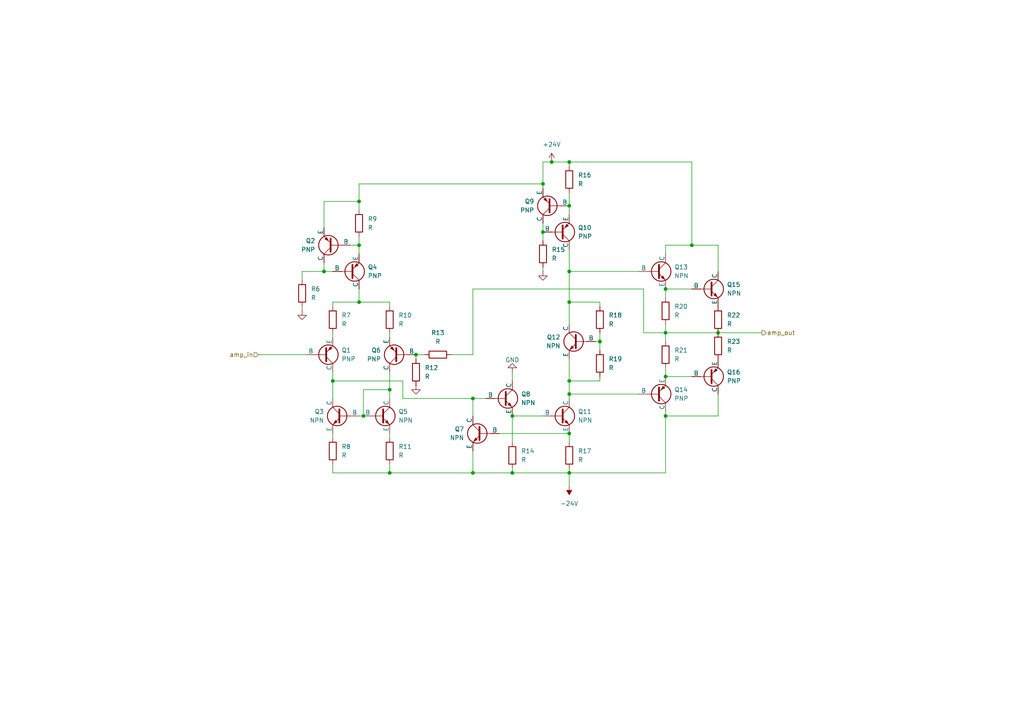
<source format=kicad_sch>
(kicad_sch (version 20231120) (generator "eeschema") (generator_version "8.0")
  (paper "A4")
  (lib_symbols
    (symbol "Device:R" (pin_numbers hide) (pin_names (offset 0))
      (property "Reference" "R" (at 2.032 0 90))
      (property "Value" "R" (at 0 0 90))
      (symbol "R_0_1"
        (rectangle (start -1.016 -2.54) (end 1.016 2.54) (stroke (width 0.254)))
      )
      (symbol "R_1_1"
        (pin passive line (at 0 3.81 270) (length 1.27) (name "~") (number "1"))
        (pin passive line (at 0 -3.81 90) (length 1.27) (name "~") (number "2"))
      )
    )
    (symbol "Simulation_SPICE:NPN" (pin_numbers hide) (pin_names (offset 0))
      (property "Reference" "Q" (at -2.54 7.62 0))
      (property "Value" "NPN" (at -2.54 5.08 0))
      (symbol "NPN_0_1"
        (polyline (pts (xy -2.54 0) (xy 0.635 0)) (stroke (width 0.1524)))
        (polyline (pts (xy 0.635 0.635) (xy 2.54 2.54)))
        (polyline (pts (xy 2.794 -1.27) (xy 2.794 -1.27)) (stroke (width 0.1524)))
        (polyline (pts (xy 2.794 -1.27) (xy 2.794 -1.27)) (stroke (width 0.1524)))
        (polyline (pts (xy 0.635 -0.635) (xy 2.54 -2.54) (xy 2.54 -2.54)))
        (polyline (pts (xy 0.635 1.905) (xy 0.635 -1.905) (xy 0.635 -1.905)) (stroke (width 0.508)))
        (polyline (pts (xy 1.27 -1.778) (xy 1.778 -1.27) (xy 2.286 -2.286) (xy 1.27 -1.778) (xy 1.27 -1.778)) (fill (type outline)))
        (circle (center 1.27 0) (radius 2.8194) (stroke (width 0.254)))
      )
      (symbol "NPN_1_1"
        (pin open_collector line (at 2.54 5.08 270) (length 2.54) (name "C") (number "1"))
        (pin input line (at -5.08 0 0) (length 2.54) (name "B") (number "2"))
        (pin open_emitter line (at 2.54 -5.08 90) (length 2.54) (name "E") (number "3"))
      )
    )
    (symbol "Simulation_SPICE:PNP" (pin_numbers hide) (pin_names (offset 0))
      (property "Reference" "Q" (at -2.54 7.62 0))
      (property "Value" "PNP" (at -2.54 5.08 0))
      (symbol "PNP_0_1"
        (polyline (pts (xy -2.54 0) (xy 0.635 0)) (stroke (width 0.1524)))
        (polyline (pts (xy 0.635 0.635) (xy 2.54 2.54)))
        (polyline (pts (xy 0.635 -0.635) (xy 2.54 -2.54) (xy 2.54 -2.54)))
        (polyline (pts (xy 0.635 1.905) (xy 0.635 -1.905) (xy 0.635 -1.905)) (stroke (width 0.508)))
        (polyline (pts (xy 2.286 -1.778) (xy 1.778 -2.286) (xy 1.27 -1.27) (xy 2.286 -1.778) (xy 2.286 -1.778)) (fill (type outline)))
        (circle (center 1.27 0) (radius 2.8194) (stroke (width 0.254)))
      )
      (symbol "PNP_1_1"
        (pin open_collector line (at 2.54 5.08 270) (length 2.54) (name "C") (number "1"))
        (pin input line (at -5.08 0 0) (length 2.54) (name "B") (number "2"))
        (pin open_emitter line (at 2.54 -5.08 90) (length 2.54) (name "E") (number "3"))
      )
    )
    (symbol "power:+24V" (power) (pin_numbers hide) (pin_names (offset 0) hide)
      (property "Value" "+24V" (at 0 3.556 0))
      (symbol "+24V_0_1"
        (polyline (pts (xy -0.762 1.27) (xy 0 2.54)))
        (polyline (pts (xy 0 0) (xy 0 2.54)))
        (polyline (pts (xy 0 2.54) (xy 0.762 1.27)))
      )
      (symbol "+24V_1_1"
        (pin power_in line (at 0 0 90) (length 0) (name "~") (number "1"))
      )
    )
    (symbol "power:-24V" (power) (pin_numbers hide) (pin_names (offset 0) hide)
      (property "Value" "-24V" (at 0 3.556 0))
      (symbol "-24V_0_0"
        (pin power_in line (at 0 0 90) (length 0) (name "~") (number "1"))
      )
      (symbol "-24V_0_1"
        (polyline (pts (xy 0 0) (xy 0 1.27) (xy 0.762 1.27) (xy 0 2.54) (xy -0.762 1.27) (xy 0 1.27)) (fill (type outline)))
      )
    )
    (symbol "power:GND" (power) (pin_numbers hide) (pin_names (offset 0) hide)
      (property "Value" "GND" (at 0 -3.81 0))
      (symbol "GND_0_1"
        (polyline (pts (xy 0 0) (xy 0 -1.27) (xy 1.27 -1.27) (xy 0 -2.54) (xy -1.27 -1.27) (xy 0 -1.27)))
      )
      (symbol "GND_1_1"
        (pin power_in line (at 0 0 270) (length 0) (name "~") (number "1"))
      )
    )
  )
  (junction (at 104.14 58.42))
  (junction (at 165.1 78.74))
  (junction (at 208.28 96.52))
  (junction (at 137.16 137.16))
  (junction (at 148.59 137.16))
  (junction (at 165.1 110.49))
  (junction (at 165.1 125.73))
  (junction (at 193.04 120.65))
  (junction (at 193.04 83.82))
  (junction (at 105.41 120.65))
  (junction (at 157.48 53.34))
  (junction (at 160.02 46.99))
  (junction (at 104.14 87.63))
  (junction (at 165.1 137.16))
  (junction (at 137.16 115.57))
  (junction (at 165.1 114.3))
  (junction (at 165.1 59.69))
  (junction (at 96.52 110.49))
  (junction (at 104.14 71.12))
  (junction (at 173.99 99.06))
  (junction (at 113.03 113.03))
  (junction (at 193.04 109.22))
  (junction (at 148.59 120.65))
  (junction (at 193.04 96.52))
  (junction (at 157.48 67.31))
  (junction (at 165.1 87.63))
  (junction (at 93.98 78.74))
  (junction (at 113.03 137.16))
  (junction (at 200.66 71.12))
  (junction (at 120.65 102.87))
  (junction (at 165.1 46.99))
  (wire (pts (xy 193.04 106.68) (xy 193.04 109.22)))
  (wire (pts (xy 104.14 71.12) (xy 104.14 73.66)))
  (wire (pts (xy 193.04 109.22) (xy 200.66 109.22)))
  (wire (pts (xy 116.84 115.57) (xy 137.16 115.57)))
  (wire (pts (xy 208.28 78.74) (xy 208.28 71.12)))
  (wire (pts (xy 104.14 58.42) (xy 93.98 58.42)))
  (wire (pts (xy 113.03 137.16) (xy 137.16 137.16)))
  (wire (pts (xy 157.48 54.61) (xy 157.48 53.34)))
  (wire (pts (xy 96.52 96.52) (xy 96.52 97.79)))
  (wire (pts (xy 116.84 110.49) (xy 116.84 115.57)))
  (wire (pts (xy 113.03 113.03) (xy 113.03 115.57)))
  (wire (pts (xy 130.81 102.87) (xy 137.16 102.87)))
  (wire (pts (xy 137.16 130.81) (xy 137.16 137.16)))
  (wire (pts (xy 193.04 137.16) (xy 193.04 120.65)))
  (wire (pts (xy 96.52 110.49) (xy 96.52 115.57)))
  (wire (pts (xy 193.04 120.65) (xy 193.04 119.38)))
  (wire (pts (xy 101.6 71.12) (xy 104.14 71.12)))
  (wire (pts (xy 208.28 114.3) (xy 208.28 120.65)))
  (wire (pts (xy 208.28 71.12) (xy 200.66 71.12)))
  (wire (pts (xy 113.03 125.73) (xy 113.03 127)))
  (wire (pts (xy 87.63 78.74) (xy 93.98 78.74)))
  (wire (pts (xy 193.04 71.12) (xy 193.04 73.66)))
  (wire (pts (xy 173.99 96.52) (xy 173.99 99.06)))
  (wire (pts (xy 200.66 46.99) (xy 200.66 71.12)))
  (wire (pts (xy 165.1 55.88) (xy 165.1 59.69)))
  (wire (pts (xy 157.48 46.99) (xy 160.02 46.99)))
  (wire (pts (xy 96.52 110.49) (xy 116.84 110.49)))
  (wire (pts (xy 93.98 58.42) (xy 93.98 66.04)))
  (wire (pts (xy 173.99 99.06) (xy 173.99 101.6)))
  (wire (pts (xy 165.1 46.99) (xy 165.1 48.26)))
  (wire (pts (xy 165.1 110.49) (xy 173.99 110.49)))
  (wire (pts (xy 120.65 102.87) (xy 120.65 104.14)))
  (wire (pts (xy 104.14 87.63) (xy 113.03 87.63)))
  (wire (pts (xy 165.1 78.74) (xy 165.1 87.63)))
  (wire (pts (xy 173.99 110.49) (xy 173.99 109.22)))
  (wire (pts (xy 157.48 64.77) (xy 157.48 67.31)))
  (wire (pts (xy 193.04 93.98) (xy 193.04 96.52)))
  (wire (pts (xy 165.1 72.39) (xy 165.1 78.74)))
  (wire (pts (xy 160.02 46.99) (xy 165.1 46.99)))
  (wire (pts (xy 104.14 53.34) (xy 157.48 53.34)))
  (wire (pts (xy 165.1 125.73) (xy 165.1 128.27)))
  (wire (pts (xy 186.69 83.82) (xy 186.69 96.52)))
  (wire (pts (xy 165.1 59.69) (xy 165.1 62.23)))
  (wire (pts (xy 200.66 71.12) (xy 193.04 71.12)))
  (wire (pts (xy 165.1 78.74) (xy 185.42 78.74)))
  (wire (pts (xy 148.59 137.16) (xy 165.1 137.16)))
  (wire (pts (xy 96.52 134.62) (xy 96.52 137.16)))
  (wire (pts (xy 74.93 102.87) (xy 88.9 102.87)))
  (wire (pts (xy 193.04 83.82) (xy 200.66 83.82)))
  (wire (pts (xy 137.16 115.57) (xy 137.16 120.65)))
  (wire (pts (xy 186.69 96.52) (xy 193.04 96.52)))
  (wire (pts (xy 104.14 60.96) (xy 104.14 58.42)))
  (wire (pts (xy 148.59 107.95) (xy 148.59 110.49)))
  (wire (pts (xy 165.1 93.98) (xy 165.1 87.63)))
  (wire (pts (xy 96.52 87.63) (xy 104.14 87.63)))
  (wire (pts (xy 113.03 96.52) (xy 113.03 97.79)))
  (wire (pts (xy 104.14 83.82) (xy 104.14 87.63)))
  (wire (pts (xy 96.52 137.16) (xy 113.03 137.16)))
  (wire (pts (xy 208.28 96.52) (xy 220.98 96.52)))
  (wire (pts (xy 137.16 102.87) (xy 137.16 83.82)))
  (wire (pts (xy 113.03 134.62) (xy 113.03 137.16)))
  (wire (pts (xy 173.99 87.63) (xy 173.99 88.9)))
  (wire (pts (xy 113.03 113.03) (xy 105.41 113.03)))
  (wire (pts (xy 93.98 78.74) (xy 96.52 78.74)))
  (wire (pts (xy 157.48 53.34) (xy 157.48 46.99)))
  (wire (pts (xy 96.52 125.73) (xy 96.52 127)))
  (wire (pts (xy 165.1 87.63) (xy 173.99 87.63)))
  (wire (pts (xy 137.16 137.16) (xy 148.59 137.16)))
  (wire (pts (xy 96.52 107.95) (xy 96.52 110.49)))
  (wire (pts (xy 148.59 120.65) (xy 148.59 128.27)))
  (wire (pts (xy 96.52 88.9) (xy 96.52 87.63)))
  (wire (pts (xy 157.48 77.47) (xy 157.48 78.74)))
  (wire (pts (xy 113.03 107.95) (xy 113.03 113.03)))
  (wire (pts (xy 165.1 137.16) (xy 193.04 137.16)))
  (wire (pts (xy 148.59 120.65) (xy 157.48 120.65)))
  (wire (pts (xy 140.97 115.57) (xy 137.16 115.57)))
  (wire (pts (xy 87.63 90.17) (xy 87.63 88.9)))
  (wire (pts (xy 104.14 71.12) (xy 104.14 68.58)))
  (wire (pts (xy 104.14 120.65) (xy 105.41 120.65)))
  (wire (pts (xy 172.72 99.06) (xy 173.99 99.06)))
  (wire (pts (xy 93.98 76.2) (xy 93.98 78.74)))
  (wire (pts (xy 165.1 137.16) (xy 165.1 135.89)))
  (wire (pts (xy 105.41 113.03) (xy 105.41 120.65)))
  (wire (pts (xy 165.1 104.14) (xy 165.1 110.49)))
  (wire (pts (xy 120.65 102.87) (xy 123.19 102.87)))
  (wire (pts (xy 193.04 83.82) (xy 193.04 86.36)))
  (wire (pts (xy 165.1 46.99) (xy 200.66 46.99)))
  (wire (pts (xy 157.48 67.31) (xy 157.48 69.85)))
  (wire (pts (xy 193.04 96.52) (xy 193.04 99.06)))
  (wire (pts (xy 165.1 114.3) (xy 165.1 115.57)))
  (wire (pts (xy 113.03 87.63) (xy 113.03 88.9)))
  (wire (pts (xy 144.78 125.73) (xy 165.1 125.73)))
  (wire (pts (xy 165.1 110.49) (xy 165.1 114.3)))
  (wire (pts (xy 87.63 78.74) (xy 87.63 81.28)))
  (wire (pts (xy 208.28 120.65) (xy 193.04 120.65)))
  (wire (pts (xy 165.1 140.97) (xy 165.1 137.16)))
  (wire (pts (xy 137.16 83.82) (xy 186.69 83.82)))
  (wire (pts (xy 193.04 96.52) (xy 208.28 96.52)))
  (wire (pts (xy 165.1 114.3) (xy 185.42 114.3)))
  (wire (pts (xy 104.14 58.42) (xy 104.14 53.34)))
  (wire (pts (xy 148.59 137.16) (xy 148.59 135.89)))
  (hierarchical_label "amp_in" (shape input) (at 74.93 102.87 180))
  (hierarchical_label "amp_out" (shape output) (at 220.98 96.52 0))
  (symbol (lib_id "Device:R") (at 96.52 130.81 0) (unit 1)
    (property "Reference" "R8" (at 99.06 129.5399 0) (effects (justify left)))
    (property "Value" "R" (at 99.06 132.0799 0) (effects (justify left)))
    (property "Footprint" "Resistor_SMD:R_0603_1608Metric" (effects (hide yes)))
    (property "Description" "Resistor" (effects (hide yes)))
  )
  (symbol (lib_id "Device:R") (at 104.14 64.77 0) (unit 1)
    (property "Reference" "R9" (at 106.68 63.4999 0) (effects (justify left)))
    (property "Value" "R" (at 106.68 66.0399 0) (effects (justify left)))
    (property "Footprint" "Resistor_SMD:R_0603_1608Metric" (effects (hide yes)))
    (property "Description" "Resistor" (effects (hide yes)))
  )
  (symbol (lib_id "power:GND") (at 157.48 78.74 0) (unit 1)
    (property "Reference" "#PWR06" (effects (hide yes)))
    (property "Value" "GND" (effects (hide yes)))
    (property "Description" "Power symbol creates a global label with name \"GND\" , ground" (effects (hide yes)))
  )
  (symbol (lib_id "Device:R") (at 208.28 100.33 0) (unit 1)
    (property "Reference" "R23" (at 210.82 99.0599 0) (effects (justify left)))
    (property "Value" "R" (at 210.82 101.5999 0) (effects (justify left)))
    (property "Footprint" "Resistor_SMD:R_0603_1608Metric" (effects (hide yes)))
    (property "Description" "Resistor" (effects (hide yes)))
  )
  (symbol (lib_id "Device:R") (at 173.99 105.41 0) (unit 1)
    (property "Reference" "R19" (at 176.53 104.1399 0) (effects (justify left)))
    (property "Value" "R" (at 176.53 106.6799 0) (effects (justify left)))
    (property "Footprint" "Resistor_SMD:R_0603_1608Metric" (effects (hide yes)))
    (property "Description" "Resistor" (effects (hide yes)))
  )
  (symbol (lib_id "Device:R") (at 127 102.87 90) (unit 1)
    (property "Reference" "R13" (at 127 96.52 90))
    (property "Value" "R" (at 127 99.06 90))
    (property "Footprint" "Resistor_SMD:R_0603_1608Metric" (effects (hide yes)))
    (property "Description" "Resistor" (effects (hide yes)))
  )
  (symbol (lib_id "Device:R") (at 113.03 130.81 0) (unit 1)
    (property "Reference" "R11" (at 115.57 129.5399 0) (effects (justify left)))
    (property "Value" "R" (at 115.57 132.0799 0) (effects (justify left)))
    (property "Footprint" "Resistor_SMD:R_0603_1608Metric" (effects (hide yes)))
    (property "Description" "Resistor" (effects (hide yes)))
  )
  (symbol (lib_id "Simulation_SPICE:NPN") (at 99.06 120.65 0) (mirror y) (unit 1)
    (property "Reference" "Q3" (at 93.98 119.3799 0) (effects (justify left)))
    (property "Value" "NPN" (at 93.98 121.9199 0) (effects (justify left)))
    (property "Datasheet" "https://ngspice.sourceforge.io/docs/ngspice-html-manual/manual.xhtml#cha_BJTs" (effects (hide yes)))
    (property "Description" "Bipolar transistor symbol for simulation only, substrate tied to the emitter" (effects (hide yes)))
    (property "Sim.Device" "NPN" (effects (hide yes)))
    (property "Sim.Type" "GUMMELPOON" (effects (hide yes)))
    (property "Sim.Pins" "1=C 2=B 3=E" (effects (hide yes)))
  )
  (symbol (lib_id "Simulation_SPICE:NPN") (at 146.05 115.57 0) (unit 1)
    (property "Reference" "Q8" (at 151.13 114.2999 0) (effects (justify left)))
    (property "Value" "NPN" (at 151.13 116.8399 0) (effects (justify left)))
    (property "Datasheet" "https://ngspice.sourceforge.io/docs/ngspice-html-manual/manual.xhtml#cha_BJTs" (effects (hide yes)))
    (property "Description" "Bipolar transistor symbol for simulation only, substrate tied to the emitter" (effects (hide yes)))
    (property "Sim.Device" "NPN" (effects (hide yes)))
    (property "Sim.Type" "GUMMELPOON" (effects (hide yes)))
    (property "Sim.Pins" "1=C 2=B 3=E" (effects (hide yes)))
  )
  (symbol (lib_id "Simulation_SPICE:PNP") (at 115.57 102.87 180) (unit 1)
    (property "Reference" "Q6" (at 110.49 101.5999 0) (effects (justify left)))
    (property "Value" "PNP" (at 110.49 104.1399 0) (effects (justify left)))
    (property "Datasheet" "https://ngspice.sourceforge.io/docs/ngspice-html-manual/manual.xhtml#cha_BJTs" (effects (hide yes)))
    (property "Description" "Bipolar transistor symbol for simulation only, substrate tied to the emitter" (effects (hide yes)))
    (property "Sim.Device" "PNP" (effects (hide yes)))
    (property "Sim.Type" "GUMMELPOON" (effects (hide yes)))
    (property "Sim.Pins" "1=C 2=B 3=E" (effects (hide yes)))
  )
  (symbol (lib_id "Device:R") (at 165.1 52.07 0) (unit 1)
    (property "Reference" "R16" (at 167.64 50.7999 0) (effects (justify left)))
    (property "Value" "R" (at 167.64 53.3399 0) (effects (justify left)))
    (property "Footprint" "Resistor_SMD:R_0603_1608Metric" (effects (hide yes)))
    (property "Description" "Resistor" (effects (hide yes)))
  )
  (symbol (lib_id "Device:R") (at 96.52 92.71 0) (unit 1)
    (property "Reference" "R7" (at 99.06 91.4399 0) (effects (justify left)))
    (property "Value" "R" (at 99.06 93.9799 0) (effects (justify left)))
    (property "Footprint" "Resistor_SMD:R_0603_1608Metric" (effects (hide yes)))
    (property "Description" "Resistor" (effects (hide yes)))
  )
  (symbol (lib_id "Simulation_SPICE:NPN") (at 110.49 120.65 0) (unit 1)
    (property "Reference" "Q5" (at 115.57 119.3799 0) (effects (justify left)))
    (property "Value" "NPN" (at 115.57 121.9199 0) (effects (justify left)))
    (property "Datasheet" "https://ngspice.sourceforge.io/docs/ngspice-html-manual/manual.xhtml#cha_BJTs" (effects (hide yes)))
    (property "Description" "Bipolar transistor symbol for simulation only, substrate tied to the emitter" (effects (hide yes)))
    (property "Sim.Device" "NPN" (effects (hide yes)))
    (property "Sim.Type" "GUMMELPOON" (effects (hide yes)))
    (property "Sim.Pins" "1=C 2=B 3=E" (effects (hide yes)))
  )
  (symbol (lib_id "Device:R") (at 113.03 92.71 0) (unit 1)
    (property "Reference" "R10" (at 115.57 91.4399 0) (effects (justify left)))
    (property "Value" "R" (at 115.57 93.9799 0) (effects (justify left)))
    (property "Footprint" "Resistor_SMD:R_0603_1608Metric" (effects (hide yes)))
    (property "Description" "Resistor" (effects (hide yes)))
  )
  (symbol (lib_id "power:GND") (at 87.63 90.17 0) (unit 1)
    (property "Reference" "#PWR03" (effects (hide yes)))
    (property "Value" "GND" (effects (hide yes)))
    (property "Description" "Power symbol creates a global label with name \"GND\" , ground" (effects (hide yes)))
  )
  (symbol (lib_id "power:-24V") (at 165.1 140.97 180) (unit 1)
    (property "Reference" "#PWR08" (effects (hide yes)))
    (property "Value" "-24V" (at 165.1 146.05 0))
    (property "Description" "Power symbol creates a global label with name \"-24V\"" (effects (hide yes)))
  )
  (symbol (lib_id "power:GND") (at 120.65 111.76 0) (unit 1)
    (property "Reference" "#PWR04" (effects (hide yes)))
    (property "Value" "GND" (effects (hide yes)))
    (property "Description" "Power symbol creates a global label with name \"GND\" , ground" (effects (hide yes)))
  )
  (symbol (lib_id "Simulation_SPICE:NPN") (at 205.74 83.82 0) (unit 1)
    (property "Reference" "Q15" (at 210.82 82.5499 0) (effects (justify left)))
    (property "Value" "NPN" (at 210.82 85.0899 0) (effects (justify left)))
    (property "Datasheet" "https://ngspice.sourceforge.io/docs/ngspice-html-manual/manual.xhtml#cha_BJTs" (effects (hide yes)))
    (property "Description" "Bipolar transistor symbol for simulation only, substrate tied to the emitter" (effects (hide yes)))
    (property "Sim.Device" "NPN" (effects (hide yes)))
    (property "Sim.Type" "GUMMELPOON" (effects (hide yes)))
    (property "Sim.Pins" "1=C 2=B 3=E" (effects (hide yes)))
  )
  (symbol (lib_id "Device:R") (at 120.65 107.95 0) (unit 1)
    (property "Reference" "R12" (at 123.19 106.6799 0) (effects (justify left)))
    (property "Value" "R" (at 123.19 109.2199 0) (effects (justify left)))
    (property "Footprint" "Resistor_SMD:R_0603_1608Metric" (effects (hide yes)))
    (property "Description" "Resistor" (effects (hide yes)))
  )
  (symbol (lib_id "Simulation_SPICE:PNP") (at 205.74 109.22 0) (mirror x) (unit 1)
    (property "Reference" "Q16" (at 210.82 107.9499 0) (effects (justify left)))
    (property "Value" "PNP" (at 210.82 110.4899 0) (effects (justify left)))
    (property "Datasheet" "https://ngspice.sourceforge.io/docs/ngspice-html-manual/manual.xhtml#cha_BJTs" (effects (hide yes)))
    (property "Description" "Bipolar transistor symbol for simulation only, substrate tied to the emitter" (effects (hide yes)))
    (property "Sim.Device" "PNP" (effects (hide yes)))
    (property "Sim.Type" "GUMMELPOON" (effects (hide yes)))
    (property "Sim.Pins" "1=C 2=B 3=E" (effects (hide yes)))
  )
  (symbol (lib_id "Device:R") (at 208.28 92.71 0) (unit 1)
    (property "Reference" "R22" (at 210.82 91.4399 0) (effects (justify left)))
    (property "Value" "R" (at 210.82 93.9799 0) (effects (justify left)))
    (property "Footprint" "Resistor_SMD:R_0603_1608Metric" (effects (hide yes)))
    (property "Description" "Resistor" (effects (hide yes)))
  )
  (symbol (lib_id "Simulation_SPICE:PNP") (at 93.98 102.87 0) (mirror x) (unit 1)
    (property "Reference" "Q1" (at 99.06 101.5999 0) (effects (justify left)))
    (property "Value" "PNP" (at 99.06 104.1399 0) (effects (justify left)))
    (property "Datasheet" "https://ngspice.sourceforge.io/docs/ngspice-html-manual/manual.xhtml#cha_BJTs" (effects (hide yes)))
    (property "Description" "Bipolar transistor symbol for simulation only, substrate tied to the emitter" (effects (hide yes)))
    (property "Sim.Device" "PNP" (effects (hide yes)))
    (property "Sim.Type" "GUMMELPOON" (effects (hide yes)))
    (property "Sim.Pins" "1=C 2=B 3=E" (effects (hide yes)))
  )
  (symbol (lib_id "Device:R") (at 148.59 132.08 0) (unit 1)
    (property "Reference" "R14" (at 151.13 130.8099 0) (effects (justify left)))
    (property "Value" "R" (at 151.13 133.3499 0) (effects (justify left)))
    (property "Footprint" "Resistor_SMD:R_0603_1608Metric" (effects (hide yes)))
    (property "Description" "Resistor" (effects (hide yes)))
  )
  (symbol (lib_id "Device:R") (at 87.63 85.09 0) (unit 1)
    (property "Reference" "R6" (at 90.17 83.8199 0) (effects (justify left)))
    (property "Value" "R" (at 90.17 86.3599 0) (effects (justify left)))
    (property "Footprint" "Resistor_SMD:R_0603_1608Metric" (effects (hide yes)))
    (property "Description" "Resistor" (effects (hide yes)))
  )
  (symbol (lib_id "Device:R") (at 193.04 102.87 0) (unit 1)
    (property "Reference" "R21" (at 195.58 101.5999 0) (effects (justify left)))
    (property "Value" "R" (at 195.58 104.1399 0) (effects (justify left)))
    (property "Footprint" "Resistor_SMD:R_0603_1608Metric" (effects (hide yes)))
    (property "Description" "Resistor" (effects (hide yes)))
  )
  (symbol (lib_id "power:+24V") (at 160.02 46.99 0) (unit 1)
    (property "Reference" "#PWR07" (effects (hide yes)))
    (property "Value" "+24V" (at 160.02 41.91 0))
    (property "Description" "Power symbol creates a global label with name \"+24V\"" (effects (hide yes)))
  )
  (symbol (lib_id "Device:R") (at 193.04 90.17 0) (unit 1)
    (property "Reference" "R20" (at 195.58 88.8999 0) (effects (justify left)))
    (property "Value" "R" (at 195.58 91.4399 0) (effects (justify left)))
    (property "Footprint" "Resistor_SMD:R_0603_1608Metric" (effects (hide yes)))
    (property "Description" "Resistor" (effects (hide yes)))
  )
  (symbol (lib_id "Simulation_SPICE:NPN") (at 139.7 125.73 0) (mirror y) (unit 1)
    (property "Reference" "Q7" (at 134.62 124.4599 0) (effects (justify left)))
    (property "Value" "NPN" (at 134.62 126.9999 0) (effects (justify left)))
    (property "Datasheet" "https://ngspice.sourceforge.io/docs/ngspice-html-manual/manual.xhtml#cha_BJTs" (effects (hide yes)))
    (property "Description" "Bipolar transistor symbol for simulation only, substrate tied to the emitter" (effects (hide yes)))
    (property "Sim.Device" "NPN" (effects (hide yes)))
    (property "Sim.Type" "GUMMELPOON" (effects (hide yes)))
    (property "Sim.Pins" "1=C 2=B 3=E" (effects (hide yes)))
  )
  (symbol (lib_id "Device:R") (at 165.1 132.08 0) (unit 1)
    (property "Reference" "R17" (at 167.64 130.8099 0) (effects (justify left)))
    (property "Value" "R" (at 167.64 133.3499 0) (effects (justify left)))
    (property "Footprint" "Resistor_SMD:R_0603_1608Metric" (effects (hide yes)))
    (property "Description" "Resistor" (effects (hide yes)))
  )
  (symbol (lib_id "Simulation_SPICE:PNP") (at 190.5 114.3 0) (mirror x) (unit 1)
    (property "Reference" "Q14" (at 195.58 113.0299 0) (effects (justify left)))
    (property "Value" "PNP" (at 195.58 115.5699 0) (effects (justify left)))
    (property "Datasheet" "https://ngspice.sourceforge.io/docs/ngspice-html-manual/manual.xhtml#cha_BJTs" (effects (hide yes)))
    (property "Description" "Bipolar transistor symbol for simulation only, substrate tied to the emitter" (effects (hide yes)))
    (property "Sim.Device" "PNP" (effects (hide yes)))
    (property "Sim.Type" "GUMMELPOON" (effects (hide yes)))
    (property "Sim.Pins" "1=C 2=B 3=E" (effects (hide yes)))
  )
  (symbol (lib_id "Simulation_SPICE:PNP") (at 96.52 71.12 180) (unit 1)
    (property "Reference" "Q2" (at 91.44 69.8499 0) (effects (justify left)))
    (property "Value" "PNP" (at 91.44 72.3899 0) (effects (justify left)))
    (property "Datasheet" "https://ngspice.sourceforge.io/docs/ngspice-html-manual/manual.xhtml#cha_BJTs" (effects (hide yes)))
    (property "Description" "Bipolar transistor symbol for simulation only, substrate tied to the emitter" (effects (hide yes)))
    (property "Sim.Device" "PNP" (effects (hide yes)))
    (property "Sim.Type" "GUMMELPOON" (effects (hide yes)))
    (property "Sim.Pins" "1=C 2=B 3=E" (effects (hide yes)))
  )
  (symbol (lib_id "Simulation_SPICE:NPN") (at 167.64 99.06 0) (mirror y) (unit 1)
    (property "Reference" "Q12" (at 162.56 97.7899 0) (effects (justify left)))
    (property "Value" "NPN" (at 162.56 100.3299 0) (effects (justify left)))
    (property "Datasheet" "https://ngspice.sourceforge.io/docs/ngspice-html-manual/manual.xhtml#cha_BJTs" (effects (hide yes)))
    (property "Description" "Bipolar transistor symbol for simulation only, substrate tied to the emitter" (effects (hide yes)))
    (property "Sim.Device" "NPN" (effects (hide yes)))
    (property "Sim.Type" "GUMMELPOON" (effects (hide yes)))
    (property "Sim.Pins" "1=C 2=B 3=E" (effects (hide yes)))
  )
  (symbol (lib_id "Simulation_SPICE:PNP") (at 101.6 78.74 0) (mirror x) (unit 1)
    (property "Reference" "Q4" (at 106.68 77.4699 0) (effects (justify left)))
    (property "Value" "PNP" (at 106.68 80.0099 0) (effects (justify left)))
    (property "Datasheet" "https://ngspice.sourceforge.io/docs/ngspice-html-manual/manual.xhtml#cha_BJTs" (effects (hide yes)))
    (property "Description" "Bipolar transistor symbol for simulation only, substrate tied to the emitter" (effects (hide yes)))
    (property "Sim.Device" "PNP" (effects (hide yes)))
    (property "Sim.Type" "GUMMELPOON" (effects (hide yes)))
    (property "Sim.Pins" "1=C 2=B 3=E" (effects (hide yes)))
  )
  (symbol (lib_id "power:GND") (at 148.59 107.95 180) (unit 1)
    (property "Reference" "#PWR05" (effects (hide yes)))
    (property "Value" "GND" (at 148.59 104.394 0))
    (property "Description" "Power symbol creates a global label with name \"GND\" , ground" (effects (hide yes)))
  )
  (symbol (lib_id "Simulation_SPICE:PNP") (at 162.56 67.31 0) (mirror x) (unit 1)
    (property "Reference" "Q10" (at 167.64 66.0399 0) (effects (justify left)))
    (property "Value" "PNP" (at 167.64 68.5799 0) (effects (justify left)))
    (property "Datasheet" "https://ngspice.sourceforge.io/docs/ngspice-html-manual/manual.xhtml#cha_BJTs" (effects (hide yes)))
    (property "Description" "Bipolar transistor symbol for simulation only, substrate tied to the emitter" (effects (hide yes)))
    (property "Sim.Device" "PNP" (effects (hide yes)))
    (property "Sim.Type" "GUMMELPOON" (effects (hide yes)))
    (property "Sim.Pins" "1=C 2=B 3=E" (effects (hide yes)))
  )
  (symbol (lib_id "Simulation_SPICE:NPN") (at 190.5 78.74 0) (unit 1)
    (property "Reference" "Q13" (at 195.58 77.4699 0) (effects (justify left)))
    (property "Value" "NPN" (at 195.58 80.0099 0) (effects (justify left)))
    (property "Datasheet" "https://ngspice.sourceforge.io/docs/ngspice-html-manual/manual.xhtml#cha_BJTs" (effects (hide yes)))
    (property "Description" "Bipolar transistor symbol for simulation only, substrate tied to the emitter" (effects (hide yes)))
    (property "Sim.Device" "NPN" (effects (hide yes)))
    (property "Sim.Type" "GUMMELPOON" (effects (hide yes)))
    (property "Sim.Pins" "1=C 2=B 3=E" (effects (hide yes)))
  )
  (symbol (lib_id "Simulation_SPICE:NPN") (at 162.56 120.65 0) (unit 1)
    (property "Reference" "Q11" (at 167.64 119.3799 0) (effects (justify left)))
    (property "Value" "NPN" (at 167.64 121.9199 0) (effects (justify left)))
    (property "Datasheet" "https://ngspice.sourceforge.io/docs/ngspice-html-manual/manual.xhtml#cha_BJTs" (effects (hide yes)))
    (property "Description" "Bipolar transistor symbol for simulation only, substrate tied to the emitter" (effects (hide yes)))
    (property "Sim.Device" "NPN" (effects (hide yes)))
    (property "Sim.Type" "GUMMELPOON" (effects (hide yes)))
    (property "Sim.Pins" "1=C 2=B 3=E" (effects (hide yes)))
  )
  (symbol (lib_id "Device:R") (at 157.48 73.66 0) (unit 1)
    (property "Reference" "R15" (at 160.02 72.3899 0) (effects (justify left)))
    (property "Value" "R" (at 160.02 74.9299 0) (effects (justify left)))
    (property "Footprint" "Resistor_SMD:R_0603_1608Metric" (effects (hide yes)))
    (property "Description" "Resistor" (effects (hide yes)))
  )
  (symbol (lib_id "Simulation_SPICE:PNP") (at 160.02 59.69 180) (unit 1)
    (property "Reference" "Q9" (at 154.94 58.4199 0) (effects (justify left)))
    (property "Value" "PNP" (at 154.94 60.9599 0) (effects (justify left)))
    (property "Datasheet" "https://ngspice.sourceforge.io/docs/ngspice-html-manual/manual.xhtml#cha_BJTs" (effects (hide yes)))
    (property "Description" "Bipolar transistor symbol for simulation only, substrate tied to the emitter" (effects (hide yes)))
    (property "Sim.Device" "PNP" (effects (hide yes)))
    (property "Sim.Type" "GUMMELPOON" (effects (hide yes)))
    (property "Sim.Pins" "1=C 2=B 3=E" (effects (hide yes)))
  )
  (symbol (lib_id "Device:R") (at 173.99 92.71 0) (unit 1)
    (property "Reference" "R18" (at 176.53 91.4399 0) (effects (justify left)))
    (property "Value" "R" (at 176.53 93.9799 0) (effects (justify left)))
    (property "Footprint" "Resistor_SMD:R_0603_1608Metric" (effects (hide yes)))
    (property "Description" "Resistor" (effects (hide yes)))
  )
)
</source>
